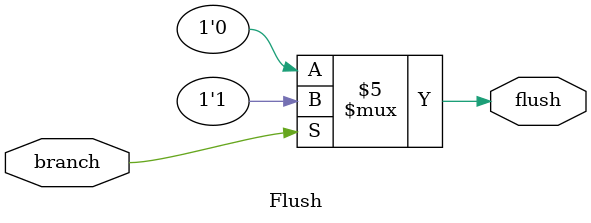
<source format=v>
`timescale 1ns/1ps

module Flush(
    input branch,
    output reg flush
);
    initial
    begin 
        flush = 1'b0;
    end
    always @(*)
    begin
      if (branch == 1'b1)
        flush = 1'b1;
      else
        flush = 1'b0;
    end

endmodule

</source>
